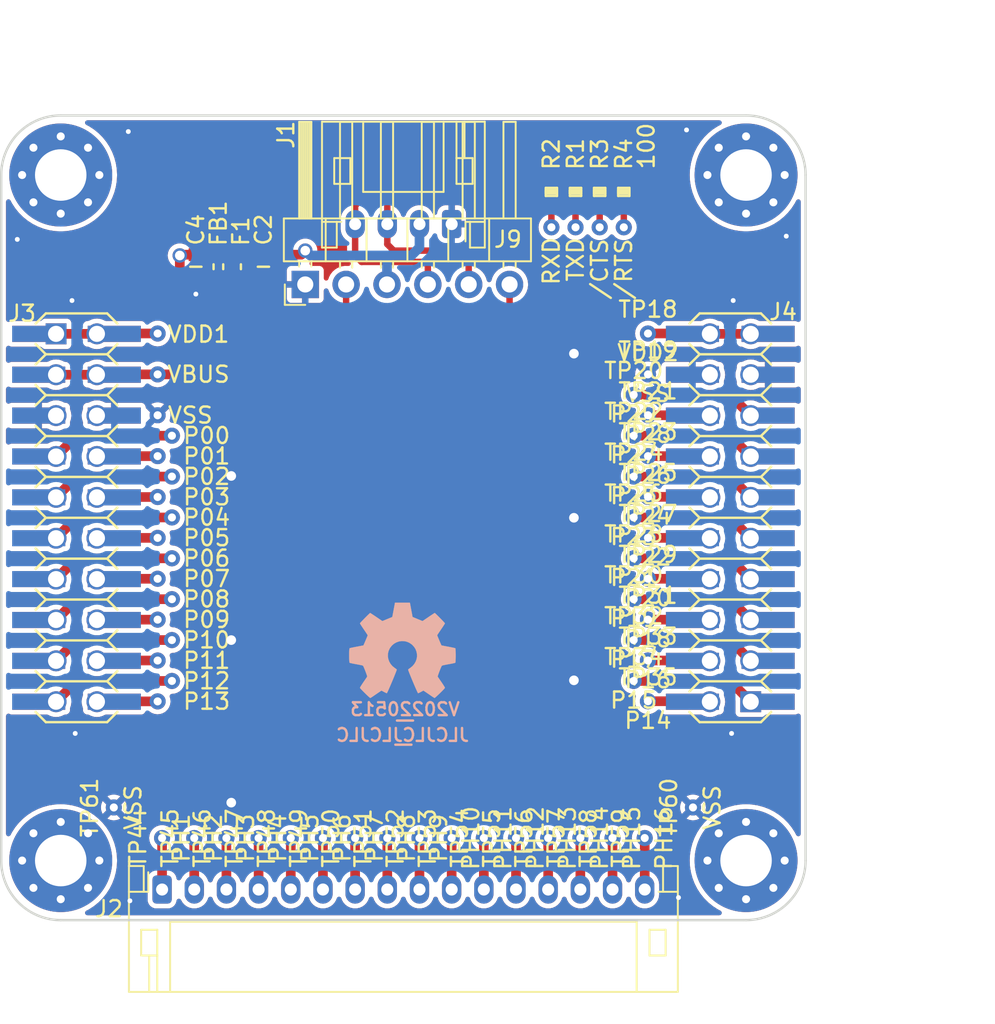
<source format=kicad_pcb>
(kicad_pcb (version 20211014) (generator pcbnew)
  (layers (0 "F.Cu" signal) (31 "B.Cu" signal) (34 "B.Paste" user) (35 "F.Paste" user) (36 "B.SilkS" user "B.Silkscreen") (37 "F.SilkS" user "F.Silkscreen") (38 "B.Mask" user) (39 "F.Mask" user) (44 "Edge.Cuts" user))
  (net 0 "")
  (net 1 "/VBUS")
  (net 2 "/VSS")
  (net 3 "/GPIO_28")
  (net 4 "/GPIO_29")
  (net 5 "/GPIO_20")
  (net 6 "/GPIO_23")
  (net 7 "/GPIO_27")
  (net 8 "/GPIO_16")
  (net 9 "/GPIO_21")
  (net 10 "/GPIO_19")
  (net 11 "/GPIO_17")
  (net 12 "/GPIO_18")
  (net 13 "/GPIO_15")
  (net 14 "/GPIO_14")
  (net 15 "/GPIO_22")
  (net 16 "/GPIO_24")
  (net 17 "/GPIO_25")
  (net 18 "/GPIO_26")
  (net 19 "/GPIO_13")
  (net 20 "/GPIO_12")
  (net 21 "/GPIO_11")
  (net 22 "/GPIO_10")
  (net 23 "/GPIO_09")
  (net 24 "/GPIO_08")
  (net 25 "/GPIO_07")
  (net 26 "/GPIO_06")
  (net 27 "/GPIO_05")
  (net 28 "/GPIO_04")
  (net 29 "/GPIO_03")
  (net 30 "/GPIO_02")
  (net 31 "/GPIO_01")
  (net 32 "/GPIO_00")
  (net 33 "/VDD1")
  (net 34 "/VDD2")
  (net 35 "/VUSB")
  (net 36 "Net-(J1-Pad4)")
  (net 37 "Net-(J1-Pad5)")
  (net 38 "Net-(F1-Pad1)")
  (net 39 "Net-(J1-Pad2)")
  (net 40 "/TXD")
  (net 41 "/RXD")
  (net 42 "Net-(J1-Pad6)")
  (net 43 "/{slash}CTS")
  (net 44 "/{slash}RTS")
  (net 45 "Net-(J2-Pad10)")
  (net 46 "Net-(J2-Pad9)")
  (net 47 "Net-(J2-Pad8)")
  (net 48 "Net-(J2-Pad7)")
  (net 49 "Net-(J2-Pad6)")
  (net 50 "Net-(J2-Pad5)")
  (net 51 "Net-(J2-Pad4)")
  (net 52 "Net-(J2-Pad3)")
  (net 53 "Net-(J2-Pad2)")
  (net 54 "Net-(J2-Pad1)")
  (net 55 "Net-(J2-Pad16)")
  (net 56 "Net-(J2-Pad15)")
  (net 57 "Net-(J2-Pad14)")
  (net 58 "Net-(J2-Pad13)")
  (net 59 "Net-(J2-Pad12)")
  (net 60 "Net-(J2-Pad11)")
  (footprint "MountingHole:MountingHole_3.2mm_M3_Pad_Via" (layer "F.Cu") (at 63.7 64.7)
    (fp_text reference "H1" hide)
    (fp_text value "MountingHole" hide)
  )
  (footprint "MountingHole:MountingHole_3.2mm_M3_Pad_Via" (layer "F.Cu") (at 106.3 64.7)
    (fp_text reference "H2" hide)
    (fp_text value "MountingHole" hide)
  )
  (footprint "MountingHole:MountingHole_3.2mm_M3_Pad_Via" (layer "F.Cu") (at 63.7 107.3)
    (fp_text reference "H4" hide)
    (fp_text value "MountingHole" hide)
  )
  (footprint "MountingHole:MountingHole_3.2mm_M3_Pad_Via" (layer "F.Cu") (at 106.3 107.3)
    (fp_text reference "H3" hide)
    (fp_text value "MountingHole" hide)
  )
  (footprint "SquantorConnectorsNamed:nuclone_small_right_stacked" (layer "F.Cu") (at 105.32 86 90)
    (fp_text reference "J4")
    (fp_text value "nuclone_small_right")
  )
  (footprint "SquantorConnectorsNamed:nuclone_small_left_stacked" (layer "F.Cu") (at 64.68 86 -90)
    (fp_text reference "J3")
    (fp_text value "nuclone_small_left")
  )
  (footprint "SquantorTestPoints:TestPoint_hole_H05R10" (layer "F.Cu") (at 69.723 74.549)
    (fp_text reference "TP1")
    (fp_text value "VDD1")
  )
  (footprint "SquantorTestPoints:TestPoint_hole_H05R10" (layer "F.Cu") (at 69.723 77.089)
    (fp_text reference "TP2")
    (fp_text value "VBUS")
  )
  (footprint "SquantorTestPoints:TestPoint_hole_H05R10" (layer "F.Cu") (at 69.723 79.629)
    (fp_text reference "TP3")
    (fp_text value "VSS")
  )
  (footprint "SquantorTestPoints:TestPoint_hole_H05R10" (layer "F.Cu") (at 70.612 80.9)
    (fp_text reference "TP4")
    (fp_text value "P00")
  )
  (footprint "SquantorTestPoints:TestPoint_hole_H05R10" (layer "F.Cu") (at 69.723 82.169)
    (fp_text reference "TP5")
    (fp_text value "P01")
  )
  (footprint "SquantorTestPoints:TestPoint_hole_H05R10" (layer "F.Cu") (at 70.612 83.439)
    (fp_text reference "TP6")
    (fp_text value "P02")
  )
  (footprint "SquantorTestPoints:TestPoint_hole_H05R10" (layer "F.Cu") (at 69.723 84.709)
    (fp_text reference "TP7")
    (fp_text value "P03")
  )
  (footprint "SquantorTestPoints:TestPoint_hole_H05R10" (layer "F.Cu") (at 70.612 85.979)
    (fp_text reference "TP8")
    (fp_text value "P04")
  )
  (footprint "SquantorTestPoints:TestPoint_hole_H05R10" (layer "F.Cu") (at 69.723 87.249)
    (fp_text reference "TP9")
    (fp_text value "P05")
  )
  (footprint "SquantorTestPoints:TestPoint_hole_H05R10" (layer "F.Cu") (at 70.612 88.519)
    (fp_text reference "TP10")
    (fp_text value "P06")
  )
  (footprint "SquantorTestPoints:TestPoint_hole_H05R10" (layer "F.Cu") (at 69.723 89.789)
    (fp_text reference "TP11")
    (fp_text value "P07")
  )
  (footprint "SquantorTestPoints:TestPoint_hole_H05R10" (layer "F.Cu") (at 70.612 91.059)
    (fp_text reference "TP12")
    (fp_text value "P08")
  )
  (footprint "SquantorTestPoints:TestPoint_hole_H05R10" (layer "F.Cu") (at 69.723 92.329)
    (fp_text reference "TP13")
    (fp_text value "P09")
  )
  (footprint "SquantorTestPoints:TestPoint_hole_H05R10" (layer "F.Cu") (at 70.612 93.599)
    (fp_text reference "TP14")
    (fp_text value "P10")
  )
  (footprint "SquantorTestPoints:TestPoint_hole_H05R10" (layer "F.Cu") (at 69.723 94.869)
    (fp_text reference "TP15")
    (fp_text value "P11")
  )
  (footprint "SquantorTestPoints:TestPoint_hole_H05R10" (layer "F.Cu") (at 70.612 96.139)
    (fp_text reference "TP16")
    (fp_text value "P12")
  )
  (footprint "SquantorTestPoints:TestPoint_hole_H05R10" (layer "F.Cu") (at 69.723 97.409)
    (fp_text reference "TP17")
    (fp_text value "P13")
  )
  (footprint "SquantorTestPoints:TestPoint_hole_H05R10" (layer "F.Cu") (at 100.203 74.549)
    (fp_text reference "TP18")
    (fp_text value "VDD2")
  )
  (footprint "SquantorTestPoints:TestPoint_hole_H05R10" (layer "F.Cu") (at 100.203 77.089)
    (fp_text reference "TP19")
    (fp_text value "VSS")
  )
  (footprint "SquantorTestPoints:TestPoint_hole_H05R10" (layer "F.Cu") (at 99.314 78.359)
    (fp_text reference "TP20")
    (fp_text value "P29")
  )
  (footprint "SquantorTestPoints:TestPoint_hole_H05R10" (layer "F.Cu") (at 100.203 79.629)
    (fp_text reference "TP21")
    (fp_text value "P28")
  )
  (footprint "SquantorTestPoints:TestPoint_hole_H05R10" (layer "F.Cu") (at 99.314 80.899)
    (fp_text reference "TP22")
    (fp_text value "P27")
  )
  (footprint "SquantorTestPoints:TestPoint_hole_H05R10" (layer "F.Cu") (at 100.203 82.169)
    (fp_text reference "TP23")
    (fp_text value "P26")
  )
  (footprint "SquantorTestPoints:TestPoint_hole_H05R10" (layer "F.Cu") (at 99.314 83.439)
    (fp_text reference "TP24")
    (fp_text value "P25")
  )
  (footprint "SquantorTestPoints:TestPoint_hole_H05R10" (layer "F.Cu") (at 100.203 84.7)
    (fp_text reference "TP25")
    (fp_text value "P24")
  )
  (footprint "SquantorTestPoints:TestPoint_hole_H05R10" (layer "F.Cu") (at 99.314 85.979)
    (fp_text reference "TP26")
    (fp_text value "P23")
  )
  (footprint "SquantorTestPoints:TestPoint_hole_H05R10" (layer "F.Cu") (at 100.203 87.249)
    (fp_text reference "TP27")
    (fp_text value "P22")
  )
  (footprint "SquantorTestPoints:TestPoint_hole_H05R10" (layer "F.Cu") (at 99.314 88.519)
    (fp_text reference "TP28")
    (fp_text value "P21")
  )
  (footprint "SquantorTestPoints:TestPoint_hole_H05R10" (layer "F.Cu") (at 100.203 89.789)
    (fp_text reference "TP29")
    (fp_text value "P20")
  )
  (footprint "SquantorTestPoints:TestPoint_hole_H05R10" (layer "F.Cu") (at 99.314 91.059)
    (fp_text reference "TP30")
    (fp_text value "P19")
  )
  (footprint "SquantorTestPoints:TestPoint_hole_H05R10" (layer "F.Cu") (at 99.314 93.599)
    (fp_text reference "TP32")
    (fp_text value "P17")
  )
  (footprint "SquantorTestPoints:TestPoint_hole_H05R10" (layer "F.Cu") (at 100.2 94.869)
    (fp_text reference "TP33")
    (fp_text value "P16")
  )
  (footprint "SquantorTestPoints:TestPoint_hole_H05R10" (layer "F.Cu") (at 99.314 96.139)
    (fp_text reference "TP34")
    (fp_text value "P15")
  )
  (footprint "SquantorTestPoints:TestPoint_hole_H05R10" (layer "F.Cu") (at 100.2 97.4)
    (fp_text reference "TP35")
    (fp_text value "P14")
  )
  (footprint "SquantorRcl:C_0603" (layer "F.Cu") (at 72.1 70.4 -90)
    (fp_text reference "C4")
    (fp_text value "10u")
  )
  (footprint "SquantorRcl:F_0603_hand" (layer "F.Cu") (at 74.9 70.4 90)
    (fp_text reference "F1")
    (fp_text value "0.5A")
  )
  (footprint "SquantorRcl:L_0603" (layer "F.Cu") (at 73.5 70.4 -90)
    (fp_text reference "FB1")
    (fp_text value "600")
  )
  (footprint "SquantorRcl:C_0603" (layer "F.Cu") (at 76.3 70.4 -90)
    (fp_text reference "C2")
    (fp_text value "100n")
  )
  (footprint "SquantorTestPoints:TestPoint_hole_H05R10" (layer "F.Cu") (at 95.7 67.95 90)
    (fp_text reference "TP36")
    (fp_text value "TXD")
  )
  (footprint "SquantorTestPoints:TestPoint_hole_H05R10" (layer "F.Cu") (at 94.2 67.95 90)
    (fp_text reference "TP37")
    (fp_text value "RXD")
  )
  (footprint "Connector_JST:JST_PH_S16B-PH-K_1x16_P2.00mm_Horizontal" (layer "F.Cu") (at 70 109.1)
    (fp_text reference "J2")
    (fp_text value "Conn_01x16")
  )
  (footprint "SquantorTestPoints:TestPoint_hole_H05R10" (layer "F.Cu") (at 70 105.9 90)
    (fp_text reference "TP44")
    (fp_text value "PH1")
  )
  (footprint "SquantorTestPoints:TestPoint_hole_H05R10" (layer "F.Cu") (at 72 105.9 90)
    (fp_text reference "TP45")
    (fp_text value "PH2")
  )
  (footprint "SquantorTestPoints:TestPoint_hole_H05R10" (layer "F.Cu") (at 74 105.9 90)
    (fp_text reference "TP46")
    (fp_text value "PH3")
  )
  (footprint "SquantorTestPoints:TestPoint_hole_H05R10" (layer "F.Cu") (at 76 105.9 90)
    (fp_text reference "TP47")
    (fp_text value "PH4")
  )
  (footprint "SquantorTestPoints:TestPoint_hole_H05R10" (layer "F.Cu") (at 78 105.9 90)
    (fp_text reference "TP48")
    (fp_text value "PH5")
  )
  (footprint "SquantorTestPoints:TestPoint_hole_H05R10" (layer "F.Cu") (at 80 105.9 90)
    (fp_text reference "TP49")
    (fp_text value "PH6")
  )
  (footprint "SquantorTestPoints:TestPoint_hole_H05R10" (layer "F.Cu") (at 82 105.9 90)
    (fp_text reference "TP50")
    (fp_text value "PH7")
  )
  (footprint "SquantorTestPoints:TestPoint_hole_H05R10" (layer "F.Cu") (at 84 105.9 90)
    (fp_text reference "TP51")
    (fp_text value "PH8")
  )
  (footprint "SquantorTestPoints:TestPoint_hole_H05R10" (layer "F.Cu") (at 86 105.9 90)
    (fp_text reference "TP52")
    (fp_text value "PH9")
  )
  (footprint "SquantorTestPoints:TestPoint_hole_H05R10" (layer "F.Cu") (at 90 105.9 90)
    (fp_text reference "TP54")
    (fp_text value "PH11")
  )
  (footprint "SquantorTestPoints:TestPoint_hole_H05R10" (layer "F.Cu") (at 92 105.9 90)
    (fp_text reference "TP55")
    (fp_text value "PH12")
  )
  (footprint "SquantorTestPoints:TestPoint_hole_H05R10" (layer "F.Cu") (at 94 105.9 90)
    (fp_text reference "TP56")
    (fp_text value "PH13")
  )
  (footprint "SquantorTestPoints:TestPoint_hole_H05R10" (layer "F.Cu") (at 96 105.9 90)
    (fp_text reference "TP57")
    (fp_text value "PH14")
  )
  (footprint "SquantorTestPoints:TestPoint_hole_H05R10" (layer "F.Cu") (at 98 105.9 90)
    (fp_text reference "TP58")
    (fp_text value "PH15")
  )
  (footprint "SquantorTestPoints:TestPoint_hole_H05R10" (layer "F.Cu") (at 100 105.9 90)
    (fp_text reference "TP59")
    (fp_text value "PH16")
  )
  (footprint "SquantorTestPoints:TestPoint_hole_H05R10" (layer "F.Cu") (at 88 105.9 90)
    (fp_text reference "TP53")
    (fp_text value "PH10")
  )
  (footprint "SquantorTestPoints:TestPoint_hole_H05R10" (layer "F.Cu") (at 103 104 90)
    (fp_text reference "TP60")
    (fp_text value "VSS")
  )
  (footprint "SquantorTestPoints:TestPoint_hole_H05R10" (layer "F.Cu") (at 67 104 90)
    (fp_text reference "TP61")
    (fp_text value "VSS")
  )
  (footprint "SquantorProto:proto-SMD-0127-08X08-P010X020+pad" (layer "F.Cu") (at 79.883 89.762 90)
    (fp_text reference "J5")
    (fp_text value "127")
  )
  (footprint "SquantorProto:proto-SMD-0127-08X08-P010X020+pad" (layer "F.Cu") (at 79.883 99.922 90)
    (fp_text reference "J6")
    (fp_text value "127")
  )
  (footprint "SquantorProto:proto-SMD-0127-08X08-P010X020+pad" (layer "F.Cu") (at 90.043 89.762 -90)
    (fp_text reference "J7")
    (fp_text value "127")
  )
  (footprint "SquantorProto:proto-SMD-0127-08X08-P010X020+pad" (layer "F.Cu") (at 90.043 99.922 -90)
    (fp_text reference "J8")
    (fp_text value "127")
  )
  (footprint "SquantorTestPoints:TestPoint_hole_H05R10" (layer "F.Cu") (at 100.203 92.329)
    (fp_text reference "TP31")
    (fp_text value "P18")
  )
  (footprint "Connector_JST:JST_PH_S4B-PH-K_1x04_P2.00mm_Horizontal" (layer "F.Cu") (at 88 67.75 180)
    (fp_text reference "J9")
    (fp_text value "DevBoardUartInput")
  )
  (footprint "SquantorRcl:R_0603_hand" (layer "F.Cu") (at 98.7 65.75 90)
    (fp_text reference "R4")
    (fp_text value "100")
  )
  (footprint "SquantorTestPoints:TestPoint_hole_H05R10" (layer "F.Cu") (at 97.2 67.95 90)
    (fp_text reference "TP38")
    (fp_text value "/CTS")
  )
  (footprint "SquantorRcl:R_0603_hand" (layer "F.Cu") (at 94.2 65.75 90)
    (fp_text reference "R2")
    (fp_text value "100")
  )
  (footprint "SquantorProto:proto-SMD-0127-08X08-P010X020+pad" (layer "F.Cu") (at 90.043 79.602 -90)
    (fp_text reference "J10")
    (fp_text value "127")
  )
  (footprint "SquantorRcl:R_0603_hand" (layer "F.Cu") (at 97.2 65.75 90)
    (fp_text reference "R3")
    (fp_text value "100")
  )
  (footprint "SquantorProto:proto-SMD-0127-08X08-P010X020+pad" (layer "F.Cu") (at 79.883 79.602 90)
    (fp_text reference "J11")
    (fp_text value "127")
  )
  (footprint "Connector_PinHeader_2.54mm:PinHeader_1x06_P2.54mm_Horizontal" (layer "F.Cu") (at 78.9 71.5 90)
    (fp_text reference "J1")
    (fp_text value "FTDI_PINS_1X06")
  )
  (footprint "SquantorTestPoints:TestPoint_hole_H05R10" (layer "F.Cu") (at 98.7 67.95 90)
    (fp_text reference "TP39")
    (fp_text value "/RTS")
  )
  (footprint "SquantorRcl:R_0603_hand" (layer "F.Cu") (at 95.7 65.75 90)
    (fp_text reference "R1")
    (fp_text value "100")
  )
  (footprint "Symbols:OSHW-Symbol_6.7x6mm_SilkScreen" (layer "B.Cu") (at 84.95 94.25 180)
    (fp_text reference "N1" hide)
    (fp_text value "OHWLOGO" hide)
  )
  (footprint "SquantorLabels:Label_Generic" (layer "B.Cu") (at 85 99.5 180)
    (fp_text reference "N3" hide)
    (fp_text value "JLCJLCJLCJLC")
  )
  (footprint "SquantorLabels:Label_Generic" (layer "B.Cu") (at 85.1 98 180)
    (fp_text reference "N2" hide)
    (fp_text value "V20220513")
  )
  (gr_arc (start 110 107.3) (mid 108.916295 109.916295) (end 106.3 111) (layer "Edge.Cuts") (width 0.15))
  (gr_arc (start 63.7 111) (mid 61.083705 109.916295) (end 60 107.3) (layer "Edge.Cuts") (width 0.15))
  (gr_line (start 60 64.7) (end 60 107.3) (layer "Edge.Cuts") (width 0.15))
  (gr_line (start 106.3 61) (end 63.7 61) (layer "Edge.Cuts") (width 0.15))
  (gr_line (start 110 107.3) (end 110 64.7) (layer "Edge.Cuts") (width 0.15))
  (gr_arc (start 106.3 61) (mid 108.916295 62.083705) (end 110 64.7) (layer "Edge.Cuts") (width 0.15))
  (gr_arc (start 60 64.7) (mid 61.083705 62.083705) (end 63.7 61) (layer "Edge.Cuts") (width 0.15))
  (gr_line (start 63.7 111) (end 106.3 111) (layer "Edge.Cuts") (width 0.15))
  (segment (start 72.1 69.65) (end 71.15 69.65) (width 0.6) (layer "F.Cu") (net 1))
  (segment (start 71.9 76.1) (end 71.9 73.8) (width 0.6) (layer "F.Cu") (net 1))
  (segment (start 62.33 77.11) (end 67.03 77.11) (width 0.6) (layer "F.Cu") (net 1))
  (segment (start 67.051 77.089) (end 67.03 77.11) (width 0.6) (layer "F.Cu") (net 1))
  (segment (start 69.723 77.089) (end 67.051 77.089) (width 0.6) (layer "F.Cu") (net 1))
  (segment (start 71.15 69.65) (end 71.1 69.7) (width 0.6) (layer "F.Cu") (net 1))
  (segment (start 71.9 73.8) (end 71.1 73) (width 0.6) (layer "F.Cu") (net 1))
  (segment (start 69.723 77.089) (end 70.911 77.089) (width 0.6) (layer "F.Cu") (net 1))
  (segment (start 71.1 73) (end 71.1 69.7) (width 0.6) (layer "F.Cu") (net 1))
  (segment (start 70.911 77.089) (end 71.9 76.1) (width 0.6) (layer "F.Cu") (net 1))
  (segment (start 73.5 69.65) (end 72.1 69.65) (width 0.6) (layer "F.Cu") (net 1))
  (via (at 71.1 69.7) (size 0.9) (drill 0.6) (layers "F.Cu" "B.Cu") (net 1))
  (segment (start 75.438 103.732) (end 74.332 103.732) (width 0.6) (layer "F.Cu") (net 2))
  (segment (start 94.488 85.952) (end 95.552 85.952) (width 0.6) (layer "F.Cu") (net 2))
  (segment (start 94.5 96.1) (end 95.6 96.1) (width 0.6) (layer "F.Cu") (net 2))
  (segment (start 95.592 75.792) (end 95.6 75.8) (width 0.6) (layer "F.Cu") (net 2))
  (segment (start 94.488 96.112) (end 94.5 96.1) (width 0.6) (layer "F.Cu") (net 2))
  (segment (start 95.552 85.952) (end 95.6 86) (width 0.6) (layer "F.Cu") (net 2))
  (segment (start 72.1 71.15) (end 72.1 72.1) (width 0.6) (layer "F.Cu") (net 2))
  (segment (start 94.488 75.792) (end 95.592 75.792) (width 0.6) (layer "F.Cu") (net 2))
  (segment (start 75.438 93.572) (end 74.328 93.572) (width 0.6) (layer "F.Cu") (net 2))
  (segment (start 75.438 83.412) (end 74.312 83.412) (width 0.6) (layer "F.Cu") (net 2))
  (segment (start 74.312 83.412) (end 74.3 83.4) (width 0.6) (layer "F.Cu") (net 2))
  (segment (start 74.332 103.732) (end 74.3 103.7) (width 0.6) (layer "F.Cu") (net 2))
  (segment (start 74.328 93.572) (end 74.3 93.6) (width 0.6) (layer "F.Cu") (net 2))
  (via (at 64.6 99.4) (size 0.6) (drill 0.3) (layers "F.Cu" "B.Cu") (net 2))
  (via (at 105.4 99.4) (size 0.6) (drill 0.3) (layers "F.Cu" "B.Cu") (net 2))
  (via (at 102.1 109.6) (size 0.6) (drill 0.3) (layers "F.Cu" "B.Cu") (net 2))
  (via (at 68 109.8) (size 0.6) (drill 0.3) (layers "F.Cu" "B.Cu") (net 2))
  (via (at 67.9 62) (size 0.6) (drill 0.3) (layers "F.Cu" "B.Cu") (net 2))
  (via (at 61 68.7) (size 0.6) (drill 0.3) (layers "F.Cu" "B.Cu") (net 2))
  (via (at 102.6 61.9) (size 0.6) (drill 0.3) (layers "F.Cu" "B.Cu") (net 2))
  (via (at 108.8 68.5) (size 0.6) (drill 0.3) (layers "F.Cu" "B.Cu") (net 2))
  (via (at 74.3 93.6) (size 0.9) (drill 0.6) (layers "F.Cu" "B.Cu") (net 2))
  (via (at 95.6 96.1) (size 0.9) (drill 0.6) (layers "F.Cu" "B.Cu") (net 2))
  (via (at 64.4 72.5) (size 0.6) (drill 0.3) (layers "F.Cu" "B.Cu") (net 2))
  (via (at 74.3 103.7) (size 0.9) (drill 0.6) (layers "F.Cu" "B.Cu") (net 2))
  (via (at 74.3 83.4) (size 0.9) (drill 0.6) (layers "F.Cu" "B.Cu") (net 2))
  (via (at 95.6 86) (size 0.9) (drill 0.6) (layers "F.Cu" "B.Cu") (net 2))
  (via (at 105.5 72.5) (size 0.6) (drill 0.3) (layers "F.Cu" "B.Cu") (net 2))
  (via (at 95.6 75.8) (size 0.9) (drill 0.6) (layers "F.Cu" "B.Cu") (net 2))
  (via (at 72.1 72.1) (size 0.6) (drill 0.3) (layers "F.Cu" "B.Cu") (net 2))
  (segment (start 100.203 79.629) (end 102.949 79.629) (width 0.6) (layer "F.Cu") (net 3))
  (segment (start 102.949 79.629) (end 102.97 79.65) (width 0.6) (layer "F.Cu") (net 3))
  (segment (start 105.299 78.359) (end 106.59 79.65) (width 0.6) (layer "F.Cu") (net 4))
  (segment (start 99.314 78.359) (end 105.299 78.359) (width 0.6) (layer "F.Cu") (net 4))
  (segment (start 100.203 89.789) (end 102.949 89.789) (width 0.6) (layer "F.Cu") (net 5))
  (segment (start 102.949 89.789) (end 102.97 89.81) (width 0.6) (layer "F.Cu") (net 5))
  (segment (start 99.314 85.979) (end 105.299 85.979) (width 0.6) (layer "F.Cu") (net 6))
  (segment (start 105.299 85.979) (end 106.59 87.27) (width 0.6) (layer "F.Cu") (net 6))
  (segment (start 105.299 80.899) (end 106.59 82.19) (width 0.6) (layer "F.Cu") (net 7))
  (segment (start 99.314 80.899) (end 105.299 80.899) (width 0.6) (layer "F.Cu") (net 7))
  (segment (start 100.2 94.869) (end 102.949 94.869) (width 0.6) (layer "F.Cu") (net 8))
  (segment (start 102.949 94.869) (end 102.97 94.89) (width 0.6) (layer "F.Cu") (net 8))
  (segment (start 105.299 88.519) (end 106.59 89.81) (width 0.6) (layer "F.Cu") (net 9))
  (segment (start 99.314 88.519) (end 105.299 88.519) (width 0.6) (layer "F.Cu") (net 9))
  (segment (start 105.299 91.059) (end 106.59 92.35) (width 0.6) (layer "F.Cu") (net 10))
  (segment (start 99.314 91.059) (end 105.299 91.059) (width 0.6) (layer "F.Cu") (net 10))
  (segment (start 99.314 93.599) (end 105.299 93.599) (width 0.6) (layer "F.Cu") (net 11))
  (segment (start 105.299 93.599) (end 106.59 94.89) (width 0.6) (layer "F.Cu") (net 11))
  (segment (start 102.949 92.329) (end 102.97 92.35) (width 0.6) (layer "F.Cu") (net 12))
  (segment (start 100.203 92.329) (end 102.949 92.329) (width 0.6) (layer "F.Cu") (net 12))
  (segment (start 105.299 96.139) (end 106.59 97.43) (width 0.6) (layer "F.Cu") (net 13))
  (segment (start 99.314 96.139) (end 105.299 96.139) (width 0.6) (layer "F.Cu") (net 13))
  (segment (start 102.94 97.4) (end 102.97 97.43) (width 0.6) (layer "F.Cu") (net 14))
  (segment (start 100.2 97.4) (end 102.94 97.4) (width 0.6) (layer "F.Cu") (net 14))
  (segment (start 102.949 87.249) (end 102.97 87.27) (width 0.6) (layer "F.Cu") (net 15))
  (segment (start 100.203 87.249) (end 102.949 87.249) (width 0.6) (layer "F.Cu") (net 15))
  (segment (start 100.203 84.7) (end 102.94 84.7) (width 0.6) (layer "F.Cu") (net 16))
  (segment (start 102.94 84.7) (end 102.97 84.73) (width 0.6) (layer "F.Cu") (net 16))
  (segment (start 99.1 83.5) (end 99.4 83.5) (width 0.6) (layer "F.Cu") (net 17))
  (segment (start 99.314 83.439) (end 105.299 83.439) (width 0.6) (layer "F.Cu") (net 17))
  (segment (start 105.299 83.439) (end 106.59 84.73) (width 0.6) (layer "F.Cu") (net 17))
  (segment (start 100.203 82.169) (end 102.949 82.169) (width 0.6) (layer "F.Cu") (net 18))
  (segment (start 102.949 82.169) (end 102.97 82.19) (width 0.6) (layer "F.Cu") (net 18))
  (segment (start 67.051 97.409) (end 67.03 97.43) (width 0.6) (layer "F.Cu") (net 19))
  (segment (start 69.723 97.409) (end 67.051 97.409) (width 0.6) (layer "F.Cu") (net 19))
  (segment (start 64.701 96.139) (end 63.41 97.43) (width 0.6) (layer "F.Cu") (net 20))
  (segment (start 70.612 96.139) (end 64.701 96.139) (width 0.6) (layer "F.Cu") (net 20))
  (segment (start 69.723 94.869) (end 67.051 94.869) (width 0.6) (layer "F.Cu") (net 21))
  (segment (start 67.051 94.869) (end 67.03 94.89) (width 0.6) (layer "F.Cu") (net 21))
  (segment (start 64.701 93.599) (end 63.41 94.89) (width 0.6) (layer "F.Cu") (net 22))
  (segment (start 70.612 93.599) (end 64.701 93.599) (width 0.6) (layer "F.Cu") (net 22))
  (segment (start 69.723 92.329) (end 67.051 92.329) (width 0.6) (layer "F.Cu") (net 23))
  (segment (start 67.051 92.329) (end 67.03 92.35) (width 0.6) (layer "F.Cu") (net 23))
  (segment (start 70.612 91.059) (end 64.701 91.059) (width 0.6) (layer "F.Cu") (net 24))
  (segment (start 64.701 91.059) (end 63.41 92.35) (width 0.6) (layer "F.Cu") (net 24))
  (segment (start 67.051 89.789) (end 67.03 89.81) (width 0.6) (layer "F.Cu") (net 25))
  (segment (start 69.723 89.789) (end 67.051 89.789) (width 0.6) (layer "F.Cu") (net 25))
  (segment (start 70.612 88.519) (end 64.701 88.519) (width 0.6) (layer "F.Cu") (net 26))
  (segment (start 64.701 88.519) (end 63.41 89.81) (width 0.6) (layer "F.Cu") (net 26))
  (segment (start 67.051 87.249) (end 67.03 87.27) (width 0.6) (layer "F.Cu") (net 27))
  (segment (start 69.723 87.249) (end 67.051 87.249) (width 0.6) (layer "F.Cu") (net 27))
  (segment (start 64.701 85.979) (end 63.41 87.27) (width 0.6) (layer "F.Cu") (net 28))
  (segment (start 70.612 85.979) (end 64.701 85.979) (width 0.6) (layer "F.Cu") (net 28))
  (segment (start 67.051 84.709) (end 67.03 84.73) (width 0.6) (layer "F.Cu") (net 29))
  (segment (start 69.723 84.709) (end 67.051 84.709) (width 0.6) (layer "F.Cu") (net 29))
  (segment (start 64.701 83.439) (end 63.41 84.73) (width 0.6) (layer "F.Cu") (net 30))
  (segment (start 70.612 83.439) (end 64.701 83.439) (width 0.6) (layer "F.Cu") (net 30))
  (segment (start 67.051 82.169) (end 67.03 82.19) (width 0.6) (layer "F.Cu") (net 31))
  (segment (start 69.723 82.169) (end 67.051 82.169) (width 0.6) (layer "F.Cu") (net 31))
  (segment (start 64.7 80.9) (end 63.41 82.19) (width 0.6) (layer "F.Cu") (net 32))
  (segment (start 70.612 80.9) (end 64.7 80.9) (width 0.6) (layer "F.Cu") (net 32))
  (segment (start 69.723 74.549) (end 67.051 74.549) (width 0.6) (layer "F.Cu") (net 33))
  (segment (start 67.051 74.549) (end 67.03 74.57) (width 0.4) (layer "F.Cu") (net 33))
  (segment (start 62.33 74.57) (end 67.03 74.57) (width 0.6) (layer "F.Cu") (net 33))
  (segment (start 107.67 74.57) (end 102.97 74.57) (width 0.6) (layer "F.Cu") (net 34))
  (segment (start 100.203 74.549) (end 102.949 74.549) (width 0.6) (layer "F.Cu") (net 34))
  (segment (start 102.949 74.549) (end 102.97 74.57) (width 0.6) (layer "F.Cu") (net 34))
  (segment (start 76.3 69.65) (end 74.9 69.65) (width 0.6) (layer "F.Cu") (net 35))
  (segment (start 78.65 69.65) (end 78.9 69.4) (width 0.6) (layer "F.Cu") (net 35))
  (segment (start 76.3 69.65) (end 78.65 69.65) (width 0.6) (layer "F.Cu") (net 35))
  (via (at 78.9 69.4) (size 0.9) (drill 0.6) (layers "F.Cu" "B.Cu") (net 35))
  (segment (start 78.9 69.4) (end 79.2 69.7) (width 0.6) (layer "B.Cu") (net 35))
  (segment (start 84.1 69.7) (end 85.5 69.7) (width 0.6) (layer "B.Cu") (net 35))
  (segment (start 83.98 69.82) (end 84.1 69.7) (width 0.6) (layer "B.Cu") (net 35))
  (segment (start 86 69.2) (end 86 67.75) (width 0.6) (layer "B.Cu") (net 35))
  (segment (start 85.5 69.7) (end 86 69.2) (width 0.6) (layer "B.Cu") (net 35))
  (segment (start 83.98 71.5) (end 83.98 69.82) (width 0.6) (layer "B.Cu") (net 35))
  (segment (start 79.2 69.7) (end 84.1 69.7) (width 0.6) (layer "B.Cu") (net 35))
  (segment (start 82 69.7) (end 82 67.75) (width 0.4) (layer "F.Cu") (net 36))
  (segment (start 86.3 70.1) (end 82.4 70.1) (width 0.4) (layer "F.Cu") (net 36))
  (segment (start 95.7 64.2) (end 95.7 64.9) (width 0.4) (layer "F.Cu") (net 36))
  (segment (start 86.52 71.5) (end 86.52 70.32) (width 0.4) (layer "F.Cu") (net 36))
  (segment (start 82 66.6) (end 85.3 63.3) (width 0.4) (layer "F.Cu") (net 36))
  (segment (start 94.8 63.3) (end 95.7 64.2) (width 0.4) (layer "F.Cu") (net 36))
  (segment (start 85.3 63.3) (end 94.8 63.3) (width 0.4) (layer "F.Cu") (net 36))
  (segment (start 82 67.75) (end 82 66.6) (width 0.4) (layer "F.Cu") (net 36))
  (segment (start 82.4 70.1) (end 82 69.7) (width 0.4) (layer "F.Cu") (net 36))
  (segment (start 86.52 70.32) (end 86.3 70.1) (width 0.4) (layer "F.Cu") (net 36))
  (segment (start 84 67.75) (end 84 66.5) (width 0.4) (layer "F.Cu") (net 37))
  (segment (start 84.4 69.4) (end 84 69) (width 0.4) (layer "F.Cu") (net 37))
  (segment (start 88.7 69.4) (end 84.4 69.4) (width 0.4) (layer "F.Cu") (net 37))
  (segment (start 89.06 71.5) (end 89.06 69.76) (width 0.4) (layer "F.Cu") (net 37))
  (segment (start 84 69) (end 84 67.75) (width 0.4) (layer "F.Cu") (net 37))
  (segment (start 94 64) (end 94.2 64.2) (width 0.4) (layer "F.Cu") (net 37))
  (segment (start 84 66.5) (end 86.5 64) (width 0.4) (layer "F.Cu") (net 37))
  (segment (start 89.06 69.76) (end 88.7 69.4) (width 0.4) (layer "F.Cu") (net 37))
  (segment (start 94.2 64.2) (end 94.2 64.9) (width 0.4) (layer "F.Cu") (net 37))
  (segment (start 86.5 64) (end 94 64) (width 0.4) (layer "F.Cu") (net 37))
  (segment (start 74.9 71.15) (end 73.5 71.15) (width 0.6) (layer "F.Cu") (net 38))
  (segment (start 99.9 63.3) (end 98.1 63.3) (width 0.4) (layer "F.Cu") (net 39))
  (segment (start 100.5 69.6) (end 100.5 63.9) (width 0.4) (layer "F.Cu") (net 39))
  (segment (start 97.2 64.2) (end 97.2 64.9) (width 0.4) (layer "F.Cu") (net 39))
  (segment (start 81.44 72.74) (end 82.3 73.6) (width 0.4) (layer "F.Cu") (net 39))
  (segment (start 81.44 71.5) (end 81.44 72.74) (width 0.4) (layer "F.Cu") (net 39))
  (segment (start 98.1 63.3) (end 97.2 64.2) (width 0.4) (layer "F.Cu") (net 39))
  (segment (start 100.5 63.9) (end 99.9 63.3) (width 0.4) (layer "F.Cu") (net 39))
  (segment (start 96.5 73.6) (end 100.5 69.6) (width 0.4) (layer "F.Cu") (net 39))
  (segment (start 82.3 73.6) (end 96.5 73.6) (width 0.4) (layer "F.Cu") (net 39))
  (segment (start 95.7 66.6) (end 95.7 67.95) (width 0.4) (layer "F.Cu") (net 40))
  (segment (start 94.2 66.6) (end 94.2 67.95) (width 0.4) (layer "F.Cu") (net 41))
  (segment (start 91.8 72.9) (end 96.2 72.9) (width 0.4) (layer "F.Cu") (net 42))
  (segment (start 91.6 71.5) (end 91.6 72.7) (width 0.4) (layer "F.Cu") (net 42))
  (segment (start 99.8 69.3) (end 99.8 64.2) (width 0.4) (layer "F.Cu") (net 42))
  (segment (start 96.2 72.9) (end 99.8 69.3) (width 0.4) (layer "F.Cu") (net 42))
  (segment (start 99.6 64) (end 98.9 64) (width 0.4) (layer "F.Cu") (net 42))
  (segment (start 98.7 64.2) (end 98.7 64.9) (width 0.4) (layer "F.Cu") (net 42))
  (segment (start 98.9 64) (end 98.7 64.2) (width 0.4) (layer "F.Cu") (net 42))
  (segment (start 99.8 64.2) (end 99.6 64) (width 0.4) (layer "F.Cu") (net 42))
  (segment (start 91.6 72.7) (end 91.8 72.9) (width 0.4) (layer "F.Cu") (net 42))
  (segment (start 97.2 66.6) (end 97.2 67.95) (width 0.4) (layer "F.Cu") (net 43))
  (segment (start 98.7 66.6) (end 98.7 67.95) (width 0.4) (layer "F.Cu") (net 44))
  (segment (start 88 109.1) (end 88 105.9) (width 0.6) (layer "F.Cu") (net 45))
  (segment (start 86 109.1) (end 86 105.9) (width 0.6) (layer "F.Cu") (net 46))
  (segment (start 84 109.1) (end 84 105.9) (width 0.6) (layer "F.Cu") (net 47))
  (segment (start 82 109.1) (end 82 105.9) (width 0.6) (layer "F.Cu") (net 48))
  (segment (start 80 109.1) (end 80 105.9) (width 0.6) (layer "F.Cu") (net 49))
  (segment (start 78 109.1) (end 78 105.9) (width 0.6) (layer "F.Cu") (net 50))
  (segment (start 76 109.1) (end 76 105.9) (width 0.6) (layer "F.Cu") (net 51))
  (segment (start 74 109.1) (end 74 105.9) (width 0.6) (layer "F.Cu") (net 52))
  (segment (start 72 109.1) (end 72 105.9) (width 0.6) (layer "F.Cu") (net 53))
  (segment (start 70 109.1) (end 70 105.9) (width 0.6) (layer "F.Cu") (net 54))
  (segment (start 100 109.1) (end 100 105.9) (width 0.6) (layer "F.Cu") (net 55))
  (segment (start 98 109.1) (end 98 105.9) (width 0.6) (layer "F.Cu") (net 56))
  (segment (start 96 109.1) (end 96 105.9) (width 0.6) (layer "F.Cu") (net 57))
  (segment (start 94 109.1) (end 94 105.9) (width 0.6) (layer "F.Cu") (net 58))
  (segment (start 92 109.1) (end 92 105.9) (width 0.6) (layer "F.Cu") (net 59))
  (segment (start 90 109.1) (end 90 105.9) (width 0.6) (layer "F.Cu") (net 60))
  (zone (net 2) (net_name "/VSS") (layer "F.Cu") (connect_pads (clearance 0.3)) (min_thickness 0.3) (fill yes (thermal_gap 0.3) (thermal_bridge_width 0.4))
    (polygon (pts (xy 110 111) (xy 60 111) (xy 60 61) (xy 110 61)))
  )
  (zone (net 2) (net_name "/VSS") (layer "B.Cu") (connect_pads (clearance 0.3)) (min_thickness 0.3) (fill yes (thermal_gap 0.3) (thermal_bridge_width 0.4))
    (polygon (pts (xy 60 61) (xy 110 61) (xy 110 111) (xy 60 111)))
  )
)
</source>
